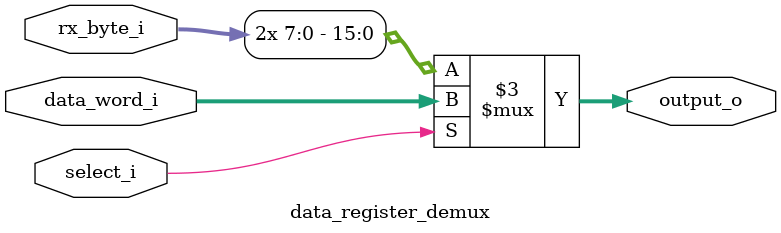
<source format=v>
module data_register_demux (
  input [15:0] data_word_i,
  input [7:0] rx_byte_i,

  input select_i,

  output reg [15:0] output_o
);

always @(*) begin
  if (select_i)
    output_o = data_word_i;
  else begin
    output_o = {rx_byte_i[7:0], rx_byte_i[7:0]};
  end
end

endmodule

</source>
